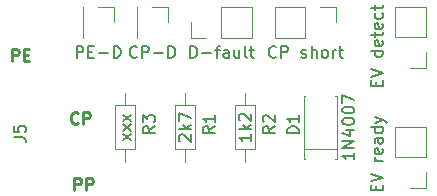
<source format=gbr>
G04 #@! TF.FileFunction,Legend,Top*
%FSLAX46Y46*%
G04 Gerber Fmt 4.6, Leading zero omitted, Abs format (unit mm)*
G04 Created by KiCad (PCBNEW 4.0.6) date 2017 September 14, Thursday 21:16:53*
%MOMM*%
%LPD*%
G01*
G04 APERTURE LIST*
%ADD10C,0.100000*%
%ADD11C,0.250000*%
%ADD12C,0.120000*%
%ADD13C,0.150000*%
G04 APERTURE END LIST*
D10*
D11*
X130302095Y-110688381D02*
X130302095Y-109688381D01*
X130683048Y-109688381D01*
X130778286Y-109736000D01*
X130825905Y-109783619D01*
X130873524Y-109878857D01*
X130873524Y-110021714D01*
X130825905Y-110116952D01*
X130778286Y-110164571D01*
X130683048Y-110212190D01*
X130302095Y-110212190D01*
X131302095Y-110688381D02*
X131302095Y-109688381D01*
X131683048Y-109688381D01*
X131778286Y-109736000D01*
X131825905Y-109783619D01*
X131873524Y-109878857D01*
X131873524Y-110021714D01*
X131825905Y-110116952D01*
X131778286Y-110164571D01*
X131683048Y-110212190D01*
X131302095Y-110212190D01*
X130619524Y-105005143D02*
X130571905Y-105052762D01*
X130429048Y-105100381D01*
X130333810Y-105100381D01*
X130190952Y-105052762D01*
X130095714Y-104957524D01*
X130048095Y-104862286D01*
X130000476Y-104671810D01*
X130000476Y-104528952D01*
X130048095Y-104338476D01*
X130095714Y-104243238D01*
X130190952Y-104148000D01*
X130333810Y-104100381D01*
X130429048Y-104100381D01*
X130571905Y-104148000D01*
X130619524Y-104195619D01*
X131048095Y-105100381D02*
X131048095Y-104100381D01*
X131429048Y-104100381D01*
X131524286Y-104148000D01*
X131571905Y-104195619D01*
X131619524Y-104290857D01*
X131619524Y-104433714D01*
X131571905Y-104528952D01*
X131524286Y-104576571D01*
X131429048Y-104624190D01*
X131048095Y-104624190D01*
X125015714Y-99766381D02*
X125015714Y-98766381D01*
X125396667Y-98766381D01*
X125491905Y-98814000D01*
X125539524Y-98861619D01*
X125587143Y-98956857D01*
X125587143Y-99099714D01*
X125539524Y-99194952D01*
X125491905Y-99242571D01*
X125396667Y-99290190D01*
X125015714Y-99290190D01*
X126015714Y-99242571D02*
X126349048Y-99242571D01*
X126491905Y-99766381D02*
X126015714Y-99766381D01*
X126015714Y-98766381D01*
X126491905Y-98766381D01*
D12*
X149850000Y-108070000D02*
X149720000Y-108070000D01*
X149720000Y-108070000D02*
X149720000Y-102750000D01*
X149720000Y-102750000D02*
X149850000Y-102750000D01*
X152410000Y-108070000D02*
X152540000Y-108070000D01*
X152540000Y-108070000D02*
X152540000Y-102750000D01*
X152540000Y-102750000D02*
X152410000Y-102750000D01*
X149720000Y-107230000D02*
X152540000Y-107230000D01*
X145348000Y-97850000D02*
X145348000Y-95190000D01*
X142748000Y-97850000D02*
X145348000Y-97850000D01*
X142748000Y-95190000D02*
X145348000Y-95190000D01*
X142748000Y-97850000D02*
X142748000Y-95190000D01*
X141478000Y-97850000D02*
X140148000Y-97850000D01*
X140148000Y-97850000D02*
X140148000Y-96520000D01*
X160080000Y-95190000D02*
X157420000Y-95190000D01*
X160080000Y-97790000D02*
X160080000Y-95190000D01*
X157420000Y-97790000D02*
X157420000Y-95190000D01*
X160080000Y-97790000D02*
X157420000Y-97790000D01*
X160080000Y-99060000D02*
X160080000Y-100390000D01*
X160080000Y-100390000D02*
X158750000Y-100390000D01*
X147260000Y-95190000D02*
X147260000Y-97850000D01*
X149860000Y-95190000D02*
X147260000Y-95190000D01*
X149860000Y-97850000D02*
X147260000Y-97850000D01*
X149860000Y-95190000D02*
X149860000Y-97850000D01*
X151130000Y-95190000D02*
X152460000Y-95190000D01*
X152460000Y-95190000D02*
X152460000Y-96520000D01*
X160080000Y-105350000D02*
X157420000Y-105350000D01*
X160080000Y-107950000D02*
X160080000Y-105350000D01*
X157420000Y-107950000D02*
X157420000Y-105350000D01*
X160080000Y-107950000D02*
X157420000Y-107950000D01*
X160080000Y-109220000D02*
X160080000Y-110550000D01*
X160080000Y-110550000D02*
X158750000Y-110550000D01*
X135576000Y-95190000D02*
X135576000Y-97850000D01*
X135636000Y-95190000D02*
X135576000Y-95190000D01*
X135636000Y-97850000D02*
X135576000Y-97850000D01*
X135636000Y-95190000D02*
X135636000Y-97850000D01*
X136906000Y-95190000D02*
X138236000Y-95190000D01*
X138236000Y-95190000D02*
X138236000Y-96520000D01*
X131004000Y-95190000D02*
X131004000Y-97850000D01*
X131064000Y-95190000D02*
X131004000Y-95190000D01*
X131064000Y-97850000D02*
X131004000Y-97850000D01*
X131064000Y-95190000D02*
X131064000Y-97850000D01*
X132334000Y-95190000D02*
X133664000Y-95190000D01*
X133664000Y-95190000D02*
X133664000Y-96520000D01*
X138840000Y-107270000D02*
X140560000Y-107270000D01*
X140560000Y-107270000D02*
X140560000Y-103550000D01*
X140560000Y-103550000D02*
X138840000Y-103550000D01*
X138840000Y-103550000D02*
X138840000Y-107270000D01*
X139700000Y-108340000D02*
X139700000Y-107270000D01*
X139700000Y-102480000D02*
X139700000Y-103550000D01*
X143920000Y-107270000D02*
X145640000Y-107270000D01*
X145640000Y-107270000D02*
X145640000Y-103550000D01*
X145640000Y-103550000D02*
X143920000Y-103550000D01*
X143920000Y-103550000D02*
X143920000Y-107270000D01*
X144780000Y-108340000D02*
X144780000Y-107270000D01*
X144780000Y-102480000D02*
X144780000Y-103550000D01*
X133760000Y-107270000D02*
X135480000Y-107270000D01*
X135480000Y-107270000D02*
X135480000Y-103550000D01*
X135480000Y-103550000D02*
X133760000Y-103550000D01*
X133760000Y-103550000D02*
X133760000Y-107270000D01*
X134620000Y-108340000D02*
X134620000Y-107270000D01*
X134620000Y-102480000D02*
X134620000Y-103550000D01*
D13*
X149296381Y-105894095D02*
X148296381Y-105894095D01*
X148296381Y-105656000D01*
X148344000Y-105513142D01*
X148439238Y-105417904D01*
X148534476Y-105370285D01*
X148724952Y-105322666D01*
X148867810Y-105322666D01*
X149058286Y-105370285D01*
X149153524Y-105417904D01*
X149248762Y-105513142D01*
X149296381Y-105656000D01*
X149296381Y-105894095D01*
X149296381Y-104370285D02*
X149296381Y-104941714D01*
X149296381Y-104656000D02*
X148296381Y-104656000D01*
X148439238Y-104751238D01*
X148534476Y-104846476D01*
X148582095Y-104941714D01*
X153992381Y-107552857D02*
X153992381Y-108124286D01*
X153992381Y-107838572D02*
X152992381Y-107838572D01*
X153135238Y-107933810D01*
X153230476Y-108029048D01*
X153278095Y-108124286D01*
X153992381Y-107124286D02*
X152992381Y-107124286D01*
X153992381Y-106552857D01*
X152992381Y-106552857D01*
X153325714Y-105648095D02*
X153992381Y-105648095D01*
X152944762Y-105886191D02*
X153659048Y-106124286D01*
X153659048Y-105505238D01*
X152992381Y-104933810D02*
X152992381Y-104838571D01*
X153040000Y-104743333D01*
X153087619Y-104695714D01*
X153182857Y-104648095D01*
X153373333Y-104600476D01*
X153611429Y-104600476D01*
X153801905Y-104648095D01*
X153897143Y-104695714D01*
X153944762Y-104743333D01*
X153992381Y-104838571D01*
X153992381Y-104933810D01*
X153944762Y-105029048D01*
X153897143Y-105076667D01*
X153801905Y-105124286D01*
X153611429Y-105171905D01*
X153373333Y-105171905D01*
X153182857Y-105124286D01*
X153087619Y-105076667D01*
X153040000Y-105029048D01*
X152992381Y-104933810D01*
X152992381Y-103981429D02*
X152992381Y-103886190D01*
X153040000Y-103790952D01*
X153087619Y-103743333D01*
X153182857Y-103695714D01*
X153373333Y-103648095D01*
X153611429Y-103648095D01*
X153801905Y-103695714D01*
X153897143Y-103743333D01*
X153944762Y-103790952D01*
X153992381Y-103886190D01*
X153992381Y-103981429D01*
X153944762Y-104076667D01*
X153897143Y-104124286D01*
X153801905Y-104171905D01*
X153611429Y-104219524D01*
X153373333Y-104219524D01*
X153182857Y-104171905D01*
X153087619Y-104124286D01*
X153040000Y-104076667D01*
X152992381Y-103981429D01*
X152992381Y-103314762D02*
X152992381Y-102648095D01*
X153992381Y-103076667D01*
X140128952Y-99512381D02*
X140128952Y-98512381D01*
X140367047Y-98512381D01*
X140509905Y-98560000D01*
X140605143Y-98655238D01*
X140652762Y-98750476D01*
X140700381Y-98940952D01*
X140700381Y-99083810D01*
X140652762Y-99274286D01*
X140605143Y-99369524D01*
X140509905Y-99464762D01*
X140367047Y-99512381D01*
X140128952Y-99512381D01*
X141128952Y-99131429D02*
X141890857Y-99131429D01*
X142224190Y-98845714D02*
X142605142Y-98845714D01*
X142367047Y-99512381D02*
X142367047Y-98655238D01*
X142414666Y-98560000D01*
X142509904Y-98512381D01*
X142605142Y-98512381D01*
X143367048Y-99512381D02*
X143367048Y-98988571D01*
X143319429Y-98893333D01*
X143224191Y-98845714D01*
X143033714Y-98845714D01*
X142938476Y-98893333D01*
X143367048Y-99464762D02*
X143271810Y-99512381D01*
X143033714Y-99512381D01*
X142938476Y-99464762D01*
X142890857Y-99369524D01*
X142890857Y-99274286D01*
X142938476Y-99179048D01*
X143033714Y-99131429D01*
X143271810Y-99131429D01*
X143367048Y-99083810D01*
X144271810Y-98845714D02*
X144271810Y-99512381D01*
X143843238Y-98845714D02*
X143843238Y-99369524D01*
X143890857Y-99464762D01*
X143986095Y-99512381D01*
X144128953Y-99512381D01*
X144224191Y-99464762D01*
X144271810Y-99417143D01*
X144890857Y-99512381D02*
X144795619Y-99464762D01*
X144748000Y-99369524D01*
X144748000Y-98512381D01*
X145128953Y-98845714D02*
X145509905Y-98845714D01*
X145271810Y-98512381D02*
X145271810Y-99369524D01*
X145319429Y-99464762D01*
X145414667Y-99512381D01*
X145509905Y-99512381D01*
X155884571Y-101885334D02*
X155884571Y-101552000D01*
X156408381Y-101409143D02*
X156408381Y-101885334D01*
X155408381Y-101885334D01*
X155408381Y-101409143D01*
X155408381Y-101123429D02*
X156408381Y-100790096D01*
X155408381Y-100456762D01*
X156408381Y-98932952D02*
X155408381Y-98932952D01*
X156360762Y-98932952D02*
X156408381Y-99028190D01*
X156408381Y-99218667D01*
X156360762Y-99313905D01*
X156313143Y-99361524D01*
X156217905Y-99409143D01*
X155932190Y-99409143D01*
X155836952Y-99361524D01*
X155789333Y-99313905D01*
X155741714Y-99218667D01*
X155741714Y-99028190D01*
X155789333Y-98932952D01*
X156360762Y-98075809D02*
X156408381Y-98171047D01*
X156408381Y-98361524D01*
X156360762Y-98456762D01*
X156265524Y-98504381D01*
X155884571Y-98504381D01*
X155789333Y-98456762D01*
X155741714Y-98361524D01*
X155741714Y-98171047D01*
X155789333Y-98075809D01*
X155884571Y-98028190D01*
X155979810Y-98028190D01*
X156075048Y-98504381D01*
X155741714Y-97742476D02*
X155741714Y-97361524D01*
X155408381Y-97599619D02*
X156265524Y-97599619D01*
X156360762Y-97552000D01*
X156408381Y-97456762D01*
X156408381Y-97361524D01*
X156360762Y-96647237D02*
X156408381Y-96742475D01*
X156408381Y-96932952D01*
X156360762Y-97028190D01*
X156265524Y-97075809D01*
X155884571Y-97075809D01*
X155789333Y-97028190D01*
X155741714Y-96932952D01*
X155741714Y-96742475D01*
X155789333Y-96647237D01*
X155884571Y-96599618D01*
X155979810Y-96599618D01*
X156075048Y-97075809D01*
X156360762Y-95742475D02*
X156408381Y-95837713D01*
X156408381Y-96028190D01*
X156360762Y-96123428D01*
X156313143Y-96171047D01*
X156217905Y-96218666D01*
X155932190Y-96218666D01*
X155836952Y-96171047D01*
X155789333Y-96123428D01*
X155741714Y-96028190D01*
X155741714Y-95837713D01*
X155789333Y-95742475D01*
X155741714Y-95456761D02*
X155741714Y-95075809D01*
X155408381Y-95313904D02*
X156265524Y-95313904D01*
X156360762Y-95266285D01*
X156408381Y-95171047D01*
X156408381Y-95075809D01*
X147383809Y-99417143D02*
X147336190Y-99464762D01*
X147193333Y-99512381D01*
X147098095Y-99512381D01*
X146955237Y-99464762D01*
X146859999Y-99369524D01*
X146812380Y-99274286D01*
X146764761Y-99083810D01*
X146764761Y-98940952D01*
X146812380Y-98750476D01*
X146859999Y-98655238D01*
X146955237Y-98560000D01*
X147098095Y-98512381D01*
X147193333Y-98512381D01*
X147336190Y-98560000D01*
X147383809Y-98607619D01*
X147812380Y-99512381D02*
X147812380Y-98512381D01*
X148193333Y-98512381D01*
X148288571Y-98560000D01*
X148336190Y-98607619D01*
X148383809Y-98702857D01*
X148383809Y-98845714D01*
X148336190Y-98940952D01*
X148288571Y-98988571D01*
X148193333Y-99036190D01*
X147812380Y-99036190D01*
X149526666Y-99464762D02*
X149621904Y-99512381D01*
X149812380Y-99512381D01*
X149907619Y-99464762D01*
X149955238Y-99369524D01*
X149955238Y-99321905D01*
X149907619Y-99226667D01*
X149812380Y-99179048D01*
X149669523Y-99179048D01*
X149574285Y-99131429D01*
X149526666Y-99036190D01*
X149526666Y-98988571D01*
X149574285Y-98893333D01*
X149669523Y-98845714D01*
X149812380Y-98845714D01*
X149907619Y-98893333D01*
X150383809Y-99512381D02*
X150383809Y-98512381D01*
X150812381Y-99512381D02*
X150812381Y-98988571D01*
X150764762Y-98893333D01*
X150669524Y-98845714D01*
X150526666Y-98845714D01*
X150431428Y-98893333D01*
X150383809Y-98940952D01*
X151431428Y-99512381D02*
X151336190Y-99464762D01*
X151288571Y-99417143D01*
X151240952Y-99321905D01*
X151240952Y-99036190D01*
X151288571Y-98940952D01*
X151336190Y-98893333D01*
X151431428Y-98845714D01*
X151574286Y-98845714D01*
X151669524Y-98893333D01*
X151717143Y-98940952D01*
X151764762Y-99036190D01*
X151764762Y-99321905D01*
X151717143Y-99417143D01*
X151669524Y-99464762D01*
X151574286Y-99512381D01*
X151431428Y-99512381D01*
X152193333Y-99512381D02*
X152193333Y-98845714D01*
X152193333Y-99036190D02*
X152240952Y-98940952D01*
X152288571Y-98893333D01*
X152383809Y-98845714D01*
X152479048Y-98845714D01*
X152669524Y-98845714D02*
X153050476Y-98845714D01*
X152812381Y-98512381D02*
X152812381Y-99369524D01*
X152860000Y-99464762D01*
X152955238Y-99512381D01*
X153050476Y-99512381D01*
X155884571Y-110743620D02*
X155884571Y-110410286D01*
X156408381Y-110267429D02*
X156408381Y-110743620D01*
X155408381Y-110743620D01*
X155408381Y-110267429D01*
X155408381Y-109981715D02*
X156408381Y-109648382D01*
X155408381Y-109315048D01*
X156408381Y-108219810D02*
X155741714Y-108219810D01*
X155932190Y-108219810D02*
X155836952Y-108172191D01*
X155789333Y-108124572D01*
X155741714Y-108029334D01*
X155741714Y-107934095D01*
X156360762Y-107219809D02*
X156408381Y-107315047D01*
X156408381Y-107505524D01*
X156360762Y-107600762D01*
X156265524Y-107648381D01*
X155884571Y-107648381D01*
X155789333Y-107600762D01*
X155741714Y-107505524D01*
X155741714Y-107315047D01*
X155789333Y-107219809D01*
X155884571Y-107172190D01*
X155979810Y-107172190D01*
X156075048Y-107648381D01*
X156408381Y-106315047D02*
X155884571Y-106315047D01*
X155789333Y-106362666D01*
X155741714Y-106457904D01*
X155741714Y-106648381D01*
X155789333Y-106743619D01*
X156360762Y-106315047D02*
X156408381Y-106410285D01*
X156408381Y-106648381D01*
X156360762Y-106743619D01*
X156265524Y-106791238D01*
X156170286Y-106791238D01*
X156075048Y-106743619D01*
X156027429Y-106648381D01*
X156027429Y-106410285D01*
X155979810Y-106315047D01*
X156408381Y-105410285D02*
X155408381Y-105410285D01*
X156360762Y-105410285D02*
X156408381Y-105505523D01*
X156408381Y-105696000D01*
X156360762Y-105791238D01*
X156313143Y-105838857D01*
X156217905Y-105886476D01*
X155932190Y-105886476D01*
X155836952Y-105838857D01*
X155789333Y-105791238D01*
X155741714Y-105696000D01*
X155741714Y-105505523D01*
X155789333Y-105410285D01*
X155741714Y-105029333D02*
X156408381Y-104791238D01*
X155741714Y-104553142D02*
X156408381Y-104791238D01*
X156646476Y-104886476D01*
X156694095Y-104934095D01*
X156741714Y-105029333D01*
X135596477Y-99417143D02*
X135548858Y-99464762D01*
X135406001Y-99512381D01*
X135310763Y-99512381D01*
X135167905Y-99464762D01*
X135072667Y-99369524D01*
X135025048Y-99274286D01*
X134977429Y-99083810D01*
X134977429Y-98940952D01*
X135025048Y-98750476D01*
X135072667Y-98655238D01*
X135167905Y-98560000D01*
X135310763Y-98512381D01*
X135406001Y-98512381D01*
X135548858Y-98560000D01*
X135596477Y-98607619D01*
X136025048Y-99512381D02*
X136025048Y-98512381D01*
X136406001Y-98512381D01*
X136501239Y-98560000D01*
X136548858Y-98607619D01*
X136596477Y-98702857D01*
X136596477Y-98845714D01*
X136548858Y-98940952D01*
X136501239Y-98988571D01*
X136406001Y-99036190D01*
X136025048Y-99036190D01*
X137025048Y-99131429D02*
X137786953Y-99131429D01*
X138263143Y-99512381D02*
X138263143Y-98512381D01*
X138501238Y-98512381D01*
X138644096Y-98560000D01*
X138739334Y-98655238D01*
X138786953Y-98750476D01*
X138834572Y-98940952D01*
X138834572Y-99083810D01*
X138786953Y-99274286D01*
X138739334Y-99369524D01*
X138644096Y-99464762D01*
X138501238Y-99512381D01*
X138263143Y-99512381D01*
X130500667Y-99512381D02*
X130500667Y-98512381D01*
X130881620Y-98512381D01*
X130976858Y-98560000D01*
X131024477Y-98607619D01*
X131072096Y-98702857D01*
X131072096Y-98845714D01*
X131024477Y-98940952D01*
X130976858Y-98988571D01*
X130881620Y-99036190D01*
X130500667Y-99036190D01*
X131500667Y-98988571D02*
X131834001Y-98988571D01*
X131976858Y-99512381D02*
X131500667Y-99512381D01*
X131500667Y-98512381D01*
X131976858Y-98512381D01*
X132405429Y-99131429D02*
X133167334Y-99131429D01*
X133643524Y-99512381D02*
X133643524Y-98512381D01*
X133881619Y-98512381D01*
X134024477Y-98560000D01*
X134119715Y-98655238D01*
X134167334Y-98750476D01*
X134214953Y-98940952D01*
X134214953Y-99083810D01*
X134167334Y-99274286D01*
X134119715Y-99369524D01*
X134024477Y-99464762D01*
X133881619Y-99512381D01*
X133643524Y-99512381D01*
X142184381Y-105322666D02*
X141708190Y-105656000D01*
X142184381Y-105894095D02*
X141184381Y-105894095D01*
X141184381Y-105513142D01*
X141232000Y-105417904D01*
X141279619Y-105370285D01*
X141374857Y-105322666D01*
X141517714Y-105322666D01*
X141612952Y-105370285D01*
X141660571Y-105417904D01*
X141708190Y-105513142D01*
X141708190Y-105894095D01*
X142184381Y-104370285D02*
X142184381Y-104941714D01*
X142184381Y-104656000D02*
X141184381Y-104656000D01*
X141327238Y-104751238D01*
X141422476Y-104846476D01*
X141470095Y-104941714D01*
X139247619Y-106576667D02*
X139200000Y-106529048D01*
X139152381Y-106433810D01*
X139152381Y-106195714D01*
X139200000Y-106100476D01*
X139247619Y-106052857D01*
X139342857Y-106005238D01*
X139438095Y-106005238D01*
X139580952Y-106052857D01*
X140152381Y-106624286D01*
X140152381Y-106005238D01*
X140152381Y-105576667D02*
X139152381Y-105576667D01*
X139771429Y-105481429D02*
X140152381Y-105195714D01*
X139485714Y-105195714D02*
X139866667Y-105576667D01*
X139152381Y-104862381D02*
X139152381Y-104195714D01*
X140152381Y-104624286D01*
X147264381Y-105322666D02*
X146788190Y-105656000D01*
X147264381Y-105894095D02*
X146264381Y-105894095D01*
X146264381Y-105513142D01*
X146312000Y-105417904D01*
X146359619Y-105370285D01*
X146454857Y-105322666D01*
X146597714Y-105322666D01*
X146692952Y-105370285D01*
X146740571Y-105417904D01*
X146788190Y-105513142D01*
X146788190Y-105894095D01*
X146359619Y-104941714D02*
X146312000Y-104894095D01*
X146264381Y-104798857D01*
X146264381Y-104560761D01*
X146312000Y-104465523D01*
X146359619Y-104417904D01*
X146454857Y-104370285D01*
X146550095Y-104370285D01*
X146692952Y-104417904D01*
X147264381Y-104989333D01*
X147264381Y-104370285D01*
X145232381Y-106005238D02*
X145232381Y-106576667D01*
X145232381Y-106290953D02*
X144232381Y-106290953D01*
X144375238Y-106386191D01*
X144470476Y-106481429D01*
X144518095Y-106576667D01*
X145232381Y-105576667D02*
X144232381Y-105576667D01*
X144851429Y-105481429D02*
X145232381Y-105195714D01*
X144565714Y-105195714D02*
X144946667Y-105576667D01*
X144327619Y-104814762D02*
X144280000Y-104767143D01*
X144232381Y-104671905D01*
X144232381Y-104433809D01*
X144280000Y-104338571D01*
X144327619Y-104290952D01*
X144422857Y-104243333D01*
X144518095Y-104243333D01*
X144660952Y-104290952D01*
X145232381Y-104862381D01*
X145232381Y-104243333D01*
X137104381Y-105322666D02*
X136628190Y-105656000D01*
X137104381Y-105894095D02*
X136104381Y-105894095D01*
X136104381Y-105513142D01*
X136152000Y-105417904D01*
X136199619Y-105370285D01*
X136294857Y-105322666D01*
X136437714Y-105322666D01*
X136532952Y-105370285D01*
X136580571Y-105417904D01*
X136628190Y-105513142D01*
X136628190Y-105894095D01*
X136104381Y-104989333D02*
X136104381Y-104370285D01*
X136485333Y-104703619D01*
X136485333Y-104560761D01*
X136532952Y-104465523D01*
X136580571Y-104417904D01*
X136675810Y-104370285D01*
X136913905Y-104370285D01*
X137009143Y-104417904D01*
X137056762Y-104465523D01*
X137104381Y-104560761D01*
X137104381Y-104846476D01*
X137056762Y-104941714D01*
X137009143Y-104989333D01*
X135072381Y-106481429D02*
X134405714Y-105957619D01*
X134405714Y-106481429D02*
X135072381Y-105957619D01*
X135072381Y-105671905D02*
X134405714Y-105148095D01*
X134405714Y-105671905D02*
X135072381Y-105148095D01*
X135072381Y-104862381D02*
X134405714Y-104338571D01*
X134405714Y-104862381D02*
X135072381Y-104338571D01*
X125182381Y-106251333D02*
X125896667Y-106251333D01*
X126039524Y-106298953D01*
X126134762Y-106394191D01*
X126182381Y-106537048D01*
X126182381Y-106632286D01*
X125182381Y-105298952D02*
X125182381Y-105775143D01*
X125658571Y-105822762D01*
X125610952Y-105775143D01*
X125563333Y-105679905D01*
X125563333Y-105441809D01*
X125610952Y-105346571D01*
X125658571Y-105298952D01*
X125753810Y-105251333D01*
X125991905Y-105251333D01*
X126087143Y-105298952D01*
X126134762Y-105346571D01*
X126182381Y-105441809D01*
X126182381Y-105679905D01*
X126134762Y-105775143D01*
X126087143Y-105822762D01*
M02*

</source>
